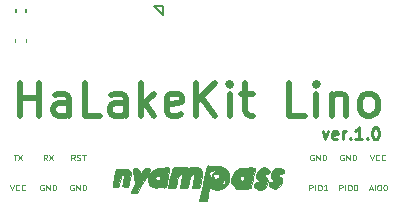
<source format=gto>
G04 #@! TF.FileFunction,Legend,Top*
%FSLAX46Y46*%
G04 Gerber Fmt 4.6, Leading zero omitted, Abs format (unit mm)*
G04 Created by KiCad (PCBNEW 4.0.2+dfsg1-stable) date 2016年12月02日 11時36分25秒*
%MOMM*%
G01*
G04 APERTURE LIST*
%ADD10C,0.100000*%
%ADD11C,0.500000*%
%ADD12C,0.250000*%
%ADD13C,0.125000*%
%ADD14C,0.150000*%
%ADD15C,0.010000*%
%ADD16R,0.830000X0.680000*%
%ADD17R,0.750000X0.700000*%
%ADD18C,2.100000*%
%ADD19R,0.700000X0.900000*%
%ADD20R,0.650000X0.950000*%
%ADD21R,0.950000X0.650000*%
%ADD22R,0.700000X0.700000*%
G04 APERTURE END LIST*
D10*
D11*
X149042735Y-103552467D02*
X149042735Y-100752467D01*
X149042735Y-102085800D02*
X150642735Y-102085800D01*
X150642735Y-103552467D02*
X150642735Y-100752467D01*
X153176068Y-103552467D02*
X153176068Y-102085800D01*
X153042734Y-101819133D01*
X152776068Y-101685800D01*
X152242734Y-101685800D01*
X151976068Y-101819133D01*
X153176068Y-103419133D02*
X152909401Y-103552467D01*
X152242734Y-103552467D01*
X151976068Y-103419133D01*
X151842734Y-103152467D01*
X151842734Y-102885800D01*
X151976068Y-102619133D01*
X152242734Y-102485800D01*
X152909401Y-102485800D01*
X153176068Y-102352467D01*
X155842734Y-103552467D02*
X154509401Y-103552467D01*
X154509401Y-100752467D01*
X157976068Y-103552467D02*
X157976068Y-102085800D01*
X157842734Y-101819133D01*
X157576068Y-101685800D01*
X157042734Y-101685800D01*
X156776068Y-101819133D01*
X157976068Y-103419133D02*
X157709401Y-103552467D01*
X157042734Y-103552467D01*
X156776068Y-103419133D01*
X156642734Y-103152467D01*
X156642734Y-102885800D01*
X156776068Y-102619133D01*
X157042734Y-102485800D01*
X157709401Y-102485800D01*
X157976068Y-102352467D01*
X159309401Y-103552467D02*
X159309401Y-100752467D01*
X159576067Y-102485800D02*
X160376067Y-103552467D01*
X160376067Y-101685800D02*
X159309401Y-102752467D01*
X162642734Y-103419133D02*
X162376068Y-103552467D01*
X161842734Y-103552467D01*
X161576068Y-103419133D01*
X161442734Y-103152467D01*
X161442734Y-102085800D01*
X161576068Y-101819133D01*
X161842734Y-101685800D01*
X162376068Y-101685800D01*
X162642734Y-101819133D01*
X162776068Y-102085800D01*
X162776068Y-102352467D01*
X161442734Y-102619133D01*
X163976068Y-103552467D02*
X163976068Y-100752467D01*
X165576068Y-103552467D02*
X164376068Y-101952467D01*
X165576068Y-100752467D02*
X163976068Y-102352467D01*
X166776068Y-103552467D02*
X166776068Y-101685800D01*
X166776068Y-100752467D02*
X166642734Y-100885800D01*
X166776068Y-101019133D01*
X166909401Y-100885800D01*
X166776068Y-100752467D01*
X166776068Y-101019133D01*
X167709401Y-101685800D02*
X168776067Y-101685800D01*
X168109401Y-100752467D02*
X168109401Y-103152467D01*
X168242734Y-103419133D01*
X168509401Y-103552467D01*
X168776067Y-103552467D01*
X173176067Y-103552467D02*
X171842734Y-103552467D01*
X171842734Y-100752467D01*
X174109401Y-103552467D02*
X174109401Y-101685800D01*
X174109401Y-100752467D02*
X173976067Y-100885800D01*
X174109401Y-101019133D01*
X174242734Y-100885800D01*
X174109401Y-100752467D01*
X174109401Y-101019133D01*
X175442734Y-101685800D02*
X175442734Y-103552467D01*
X175442734Y-101952467D02*
X175576067Y-101819133D01*
X175842734Y-101685800D01*
X176242734Y-101685800D01*
X176509400Y-101819133D01*
X176642734Y-102085800D01*
X176642734Y-103552467D01*
X178376067Y-103552467D02*
X178109400Y-103419133D01*
X177976067Y-103285800D01*
X177842733Y-103019133D01*
X177842733Y-102219133D01*
X177976067Y-101952467D01*
X178109400Y-101819133D01*
X178376067Y-101685800D01*
X178776067Y-101685800D01*
X179042733Y-101819133D01*
X179176067Y-101952467D01*
X179309400Y-102219133D01*
X179309400Y-103019133D01*
X179176067Y-103285800D01*
X179042733Y-103419133D01*
X178776067Y-103552467D01*
X178376067Y-103552467D01*
D12*
X174658638Y-104865514D02*
X174896733Y-105532181D01*
X175134829Y-104865514D01*
X175896734Y-105484562D02*
X175801496Y-105532181D01*
X175611019Y-105532181D01*
X175515781Y-105484562D01*
X175468162Y-105389324D01*
X175468162Y-105008371D01*
X175515781Y-104913133D01*
X175611019Y-104865514D01*
X175801496Y-104865514D01*
X175896734Y-104913133D01*
X175944353Y-105008371D01*
X175944353Y-105103610D01*
X175468162Y-105198848D01*
X176372924Y-105532181D02*
X176372924Y-104865514D01*
X176372924Y-105055990D02*
X176420543Y-104960752D01*
X176468162Y-104913133D01*
X176563400Y-104865514D01*
X176658639Y-104865514D01*
X176991972Y-105436943D02*
X177039591Y-105484562D01*
X176991972Y-105532181D01*
X176944353Y-105484562D01*
X176991972Y-105436943D01*
X176991972Y-105532181D01*
X177991972Y-105532181D02*
X177420543Y-105532181D01*
X177706257Y-105532181D02*
X177706257Y-104532181D01*
X177611019Y-104675038D01*
X177515781Y-104770276D01*
X177420543Y-104817895D01*
X178420543Y-105436943D02*
X178468162Y-105484562D01*
X178420543Y-105532181D01*
X178372924Y-105484562D01*
X178420543Y-105436943D01*
X178420543Y-105532181D01*
X179087209Y-104532181D02*
X179182448Y-104532181D01*
X179277686Y-104579800D01*
X179325305Y-104627419D01*
X179372924Y-104722657D01*
X179420543Y-104913133D01*
X179420543Y-105151229D01*
X179372924Y-105341705D01*
X179325305Y-105436943D01*
X179277686Y-105484562D01*
X179182448Y-105532181D01*
X179087209Y-105532181D01*
X178991971Y-105484562D01*
X178944352Y-105436943D01*
X178896733Y-105341705D01*
X178849114Y-105151229D01*
X178849114Y-104913133D01*
X178896733Y-104722657D01*
X178944352Y-104627419D01*
X178991971Y-104579800D01*
X179087209Y-104532181D01*
D13*
X178611305Y-109735133D02*
X178849400Y-109735133D01*
X178563686Y-109877990D02*
X178730353Y-109377990D01*
X178897019Y-109877990D01*
X179063686Y-109877990D02*
X179063686Y-109377990D01*
X179397019Y-109377990D02*
X179492257Y-109377990D01*
X179539876Y-109401800D01*
X179587495Y-109449419D01*
X179611304Y-109544657D01*
X179611304Y-109711324D01*
X179587495Y-109806562D01*
X179539876Y-109854181D01*
X179492257Y-109877990D01*
X179397019Y-109877990D01*
X179349400Y-109854181D01*
X179301781Y-109806562D01*
X179277971Y-109711324D01*
X179277971Y-109544657D01*
X179301781Y-109449419D01*
X179349400Y-109401800D01*
X179397019Y-109377990D01*
X179920829Y-109377990D02*
X179968448Y-109377990D01*
X180016067Y-109401800D01*
X180039876Y-109425610D01*
X180063686Y-109473229D01*
X180087495Y-109568467D01*
X180087495Y-109687514D01*
X180063686Y-109782752D01*
X180039876Y-109830371D01*
X180016067Y-109854181D01*
X179968448Y-109877990D01*
X179920829Y-109877990D01*
X179873210Y-109854181D01*
X179849400Y-109830371D01*
X179825591Y-109782752D01*
X179801781Y-109687514D01*
X179801781Y-109568467D01*
X179825591Y-109473229D01*
X179849400Y-109425610D01*
X179873210Y-109401800D01*
X179920829Y-109377990D01*
X176059401Y-109877990D02*
X176059401Y-109377990D01*
X176249877Y-109377990D01*
X176297496Y-109401800D01*
X176321305Y-109425610D01*
X176345115Y-109473229D01*
X176345115Y-109544657D01*
X176321305Y-109592276D01*
X176297496Y-109616086D01*
X176249877Y-109639895D01*
X176059401Y-109639895D01*
X176559401Y-109877990D02*
X176559401Y-109377990D01*
X176892734Y-109377990D02*
X176987972Y-109377990D01*
X177035591Y-109401800D01*
X177083210Y-109449419D01*
X177107019Y-109544657D01*
X177107019Y-109711324D01*
X177083210Y-109806562D01*
X177035591Y-109854181D01*
X176987972Y-109877990D01*
X176892734Y-109877990D01*
X176845115Y-109854181D01*
X176797496Y-109806562D01*
X176773686Y-109711324D01*
X176773686Y-109544657D01*
X176797496Y-109449419D01*
X176845115Y-109401800D01*
X176892734Y-109377990D01*
X177416544Y-109377990D02*
X177464163Y-109377990D01*
X177511782Y-109401800D01*
X177535591Y-109425610D01*
X177559401Y-109473229D01*
X177583210Y-109568467D01*
X177583210Y-109687514D01*
X177559401Y-109782752D01*
X177535591Y-109830371D01*
X177511782Y-109854181D01*
X177464163Y-109877990D01*
X177416544Y-109877990D01*
X177368925Y-109854181D01*
X177345115Y-109830371D01*
X177321306Y-109782752D01*
X177297496Y-109687514D01*
X177297496Y-109568467D01*
X177321306Y-109473229D01*
X177345115Y-109425610D01*
X177368925Y-109401800D01*
X177416544Y-109377990D01*
X173519401Y-109877990D02*
X173519401Y-109377990D01*
X173709877Y-109377990D01*
X173757496Y-109401800D01*
X173781305Y-109425610D01*
X173805115Y-109473229D01*
X173805115Y-109544657D01*
X173781305Y-109592276D01*
X173757496Y-109616086D01*
X173709877Y-109639895D01*
X173519401Y-109639895D01*
X174019401Y-109877990D02*
X174019401Y-109377990D01*
X174352734Y-109377990D02*
X174447972Y-109377990D01*
X174495591Y-109401800D01*
X174543210Y-109449419D01*
X174567019Y-109544657D01*
X174567019Y-109711324D01*
X174543210Y-109806562D01*
X174495591Y-109854181D01*
X174447972Y-109877990D01*
X174352734Y-109877990D01*
X174305115Y-109854181D01*
X174257496Y-109806562D01*
X174233686Y-109711324D01*
X174233686Y-109544657D01*
X174257496Y-109449419D01*
X174305115Y-109401800D01*
X174352734Y-109377990D01*
X175043210Y-109877990D02*
X174757496Y-109877990D01*
X174900353Y-109877990D02*
X174900353Y-109377990D01*
X174852734Y-109449419D01*
X174805115Y-109497038D01*
X174757496Y-109520848D01*
X173888447Y-106861800D02*
X173840828Y-106837990D01*
X173769400Y-106837990D01*
X173697971Y-106861800D01*
X173650352Y-106909419D01*
X173626543Y-106957038D01*
X173602733Y-107052276D01*
X173602733Y-107123705D01*
X173626543Y-107218943D01*
X173650352Y-107266562D01*
X173697971Y-107314181D01*
X173769400Y-107337990D01*
X173817019Y-107337990D01*
X173888447Y-107314181D01*
X173912257Y-107290371D01*
X173912257Y-107123705D01*
X173817019Y-107123705D01*
X174126543Y-107337990D02*
X174126543Y-106837990D01*
X174412257Y-107337990D01*
X174412257Y-106837990D01*
X174650353Y-107337990D02*
X174650353Y-106837990D01*
X174769400Y-106837990D01*
X174840829Y-106861800D01*
X174888448Y-106909419D01*
X174912257Y-106957038D01*
X174936067Y-107052276D01*
X174936067Y-107123705D01*
X174912257Y-107218943D01*
X174888448Y-107266562D01*
X174840829Y-107314181D01*
X174769400Y-107337990D01*
X174650353Y-107337990D01*
X178682734Y-106837990D02*
X178849401Y-107337990D01*
X179016067Y-106837990D01*
X179468448Y-107290371D02*
X179444638Y-107314181D01*
X179373210Y-107337990D01*
X179325591Y-107337990D01*
X179254162Y-107314181D01*
X179206543Y-107266562D01*
X179182734Y-107218943D01*
X179158924Y-107123705D01*
X179158924Y-107052276D01*
X179182734Y-106957038D01*
X179206543Y-106909419D01*
X179254162Y-106861800D01*
X179325591Y-106837990D01*
X179373210Y-106837990D01*
X179444638Y-106861800D01*
X179468448Y-106885610D01*
X179968448Y-107290371D02*
X179944638Y-107314181D01*
X179873210Y-107337990D01*
X179825591Y-107337990D01*
X179754162Y-107314181D01*
X179706543Y-107266562D01*
X179682734Y-107218943D01*
X179658924Y-107123705D01*
X179658924Y-107052276D01*
X179682734Y-106957038D01*
X179706543Y-106909419D01*
X179754162Y-106861800D01*
X179825591Y-106837990D01*
X179873210Y-106837990D01*
X179944638Y-106861800D01*
X179968448Y-106885610D01*
X176428447Y-106861800D02*
X176380828Y-106837990D01*
X176309400Y-106837990D01*
X176237971Y-106861800D01*
X176190352Y-106909419D01*
X176166543Y-106957038D01*
X176142733Y-107052276D01*
X176142733Y-107123705D01*
X176166543Y-107218943D01*
X176190352Y-107266562D01*
X176237971Y-107314181D01*
X176309400Y-107337990D01*
X176357019Y-107337990D01*
X176428447Y-107314181D01*
X176452257Y-107290371D01*
X176452257Y-107123705D01*
X176357019Y-107123705D01*
X176666543Y-107337990D02*
X176666543Y-106837990D01*
X176952257Y-107337990D01*
X176952257Y-106837990D01*
X177190353Y-107337990D02*
X177190353Y-106837990D01*
X177309400Y-106837990D01*
X177380829Y-106861800D01*
X177428448Y-106909419D01*
X177452257Y-106957038D01*
X177476067Y-107052276D01*
X177476067Y-107123705D01*
X177452257Y-107218943D01*
X177428448Y-107266562D01*
X177380829Y-107314181D01*
X177309400Y-107337990D01*
X177190353Y-107337990D01*
X148202734Y-109377990D02*
X148369401Y-109877990D01*
X148536067Y-109377990D01*
X148988448Y-109830371D02*
X148964638Y-109854181D01*
X148893210Y-109877990D01*
X148845591Y-109877990D01*
X148774162Y-109854181D01*
X148726543Y-109806562D01*
X148702734Y-109758943D01*
X148678924Y-109663705D01*
X148678924Y-109592276D01*
X148702734Y-109497038D01*
X148726543Y-109449419D01*
X148774162Y-109401800D01*
X148845591Y-109377990D01*
X148893210Y-109377990D01*
X148964638Y-109401800D01*
X148988448Y-109425610D01*
X149488448Y-109830371D02*
X149464638Y-109854181D01*
X149393210Y-109877990D01*
X149345591Y-109877990D01*
X149274162Y-109854181D01*
X149226543Y-109806562D01*
X149202734Y-109758943D01*
X149178924Y-109663705D01*
X149178924Y-109592276D01*
X149202734Y-109497038D01*
X149226543Y-109449419D01*
X149274162Y-109401800D01*
X149345591Y-109377990D01*
X149393210Y-109377990D01*
X149464638Y-109401800D01*
X149488448Y-109425610D01*
X151028447Y-109401800D02*
X150980828Y-109377990D01*
X150909400Y-109377990D01*
X150837971Y-109401800D01*
X150790352Y-109449419D01*
X150766543Y-109497038D01*
X150742733Y-109592276D01*
X150742733Y-109663705D01*
X150766543Y-109758943D01*
X150790352Y-109806562D01*
X150837971Y-109854181D01*
X150909400Y-109877990D01*
X150957019Y-109877990D01*
X151028447Y-109854181D01*
X151052257Y-109830371D01*
X151052257Y-109663705D01*
X150957019Y-109663705D01*
X151266543Y-109877990D02*
X151266543Y-109377990D01*
X151552257Y-109877990D01*
X151552257Y-109377990D01*
X151790353Y-109877990D02*
X151790353Y-109377990D01*
X151909400Y-109377990D01*
X151980829Y-109401800D01*
X152028448Y-109449419D01*
X152052257Y-109497038D01*
X152076067Y-109592276D01*
X152076067Y-109663705D01*
X152052257Y-109758943D01*
X152028448Y-109806562D01*
X151980829Y-109854181D01*
X151909400Y-109877990D01*
X151790353Y-109877990D01*
X153568447Y-109401800D02*
X153520828Y-109377990D01*
X153449400Y-109377990D01*
X153377971Y-109401800D01*
X153330352Y-109449419D01*
X153306543Y-109497038D01*
X153282733Y-109592276D01*
X153282733Y-109663705D01*
X153306543Y-109758943D01*
X153330352Y-109806562D01*
X153377971Y-109854181D01*
X153449400Y-109877990D01*
X153497019Y-109877990D01*
X153568447Y-109854181D01*
X153592257Y-109830371D01*
X153592257Y-109663705D01*
X153497019Y-109663705D01*
X153806543Y-109877990D02*
X153806543Y-109377990D01*
X154092257Y-109877990D01*
X154092257Y-109377990D01*
X154330353Y-109877990D02*
X154330353Y-109377990D01*
X154449400Y-109377990D01*
X154520829Y-109401800D01*
X154568448Y-109449419D01*
X154592257Y-109497038D01*
X154616067Y-109592276D01*
X154616067Y-109663705D01*
X154592257Y-109758943D01*
X154568448Y-109806562D01*
X154520829Y-109854181D01*
X154449400Y-109877990D01*
X154330353Y-109877990D01*
X153675591Y-107337990D02*
X153508924Y-107099895D01*
X153389877Y-107337990D02*
X153389877Y-106837990D01*
X153580353Y-106837990D01*
X153627972Y-106861800D01*
X153651781Y-106885610D01*
X153675591Y-106933229D01*
X153675591Y-107004657D01*
X153651781Y-107052276D01*
X153627972Y-107076086D01*
X153580353Y-107099895D01*
X153389877Y-107099895D01*
X153866067Y-107314181D02*
X153937496Y-107337990D01*
X154056543Y-107337990D01*
X154104162Y-107314181D01*
X154127972Y-107290371D01*
X154151781Y-107242752D01*
X154151781Y-107195133D01*
X154127972Y-107147514D01*
X154104162Y-107123705D01*
X154056543Y-107099895D01*
X153961305Y-107076086D01*
X153913686Y-107052276D01*
X153889877Y-107028467D01*
X153866067Y-106980848D01*
X153866067Y-106933229D01*
X153889877Y-106885610D01*
X153913686Y-106861800D01*
X153961305Y-106837990D01*
X154080353Y-106837990D01*
X154151781Y-106861800D01*
X154294638Y-106837990D02*
X154580352Y-106837990D01*
X154437495Y-107337990D02*
X154437495Y-106837990D01*
X151326067Y-107337990D02*
X151159400Y-107099895D01*
X151040353Y-107337990D02*
X151040353Y-106837990D01*
X151230829Y-106837990D01*
X151278448Y-106861800D01*
X151302257Y-106885610D01*
X151326067Y-106933229D01*
X151326067Y-107004657D01*
X151302257Y-107052276D01*
X151278448Y-107076086D01*
X151230829Y-107099895D01*
X151040353Y-107099895D01*
X151492734Y-106837990D02*
X151826067Y-107337990D01*
X151826067Y-106837990D02*
X151492734Y-107337990D01*
X148488448Y-106837990D02*
X148774162Y-106837990D01*
X148631305Y-107337990D02*
X148631305Y-106837990D01*
X148893210Y-106837990D02*
X149226543Y-107337990D01*
X149226543Y-106837990D02*
X148893210Y-107337990D01*
D14*
X149563400Y-97320800D02*
X149563400Y-97090800D01*
X148683400Y-97090800D02*
X148683400Y-97320800D01*
X149523400Y-94540800D02*
X149523400Y-94790800D01*
X148723400Y-94790800D02*
X148723400Y-94540800D01*
D15*
G36*
X164975570Y-107745173D02*
X165016390Y-107761860D01*
X165149957Y-107784018D01*
X165363517Y-107795909D01*
X165604948Y-107795070D01*
X165963253Y-107813646D01*
X166242350Y-107905889D01*
X166475734Y-108086933D01*
X166611811Y-108249931D01*
X166710571Y-108469968D01*
X166750569Y-108749902D01*
X166731715Y-109038176D01*
X166653920Y-109283230D01*
X166613726Y-109347944D01*
X166348505Y-109608572D01*
X166031169Y-109766868D01*
X165686233Y-109815619D01*
X165338213Y-109747612D01*
X165302995Y-109733616D01*
X165185278Y-109686251D01*
X165105780Y-109674436D01*
X165051815Y-109716783D01*
X165010694Y-109831903D01*
X164969731Y-110038405D01*
X164928332Y-110283189D01*
X164846634Y-110769400D01*
X164195143Y-110769400D01*
X164495145Y-109402127D01*
X164515547Y-109308900D01*
X166068240Y-109308900D01*
X166228072Y-109308900D01*
X166358560Y-109292128D01*
X166413399Y-109261275D01*
X166418450Y-109167875D01*
X166401272Y-109081098D01*
X166370868Y-109001041D01*
X166327459Y-109004081D01*
X166241361Y-109097847D01*
X166215945Y-109128723D01*
X166068240Y-109308900D01*
X164515547Y-109308900D01*
X164605418Y-108898256D01*
X164691704Y-108505053D01*
X164712358Y-108413187D01*
X165059160Y-108413187D01*
X165083851Y-108647445D01*
X165105397Y-108734809D01*
X165134490Y-108821523D01*
X165166188Y-108821391D01*
X165218227Y-108722070D01*
X165255709Y-108635259D01*
X165390190Y-108635259D01*
X165418295Y-108804036D01*
X165521889Y-108908672D01*
X165663126Y-108931517D01*
X165804156Y-108854924D01*
X165820999Y-108836145D01*
X165873807Y-108702589D01*
X165876399Y-108598020D01*
X165839053Y-108497025D01*
X165740162Y-108456662D01*
X165633400Y-108451650D01*
X165481438Y-108464349D01*
X165413475Y-108523656D01*
X165390190Y-108635259D01*
X165255709Y-108635259D01*
X165258823Y-108628047D01*
X165377187Y-108428243D01*
X165524210Y-108283474D01*
X165549568Y-108268055D01*
X165728650Y-108170984D01*
X165538150Y-108169309D01*
X165274599Y-108189422D01*
X165118839Y-108265614D01*
X165059160Y-108413187D01*
X164712358Y-108413187D01*
X164758187Y-108209349D01*
X164809052Y-107997975D01*
X164848484Y-107857764D01*
X164880666Y-107775547D01*
X164909785Y-107738155D01*
X164940025Y-107732419D01*
X164975570Y-107745173D01*
X164975570Y-107745173D01*
G37*
X164975570Y-107745173D02*
X165016390Y-107761860D01*
X165149957Y-107784018D01*
X165363517Y-107795909D01*
X165604948Y-107795070D01*
X165963253Y-107813646D01*
X166242350Y-107905889D01*
X166475734Y-108086933D01*
X166611811Y-108249931D01*
X166710571Y-108469968D01*
X166750569Y-108749902D01*
X166731715Y-109038176D01*
X166653920Y-109283230D01*
X166613726Y-109347944D01*
X166348505Y-109608572D01*
X166031169Y-109766868D01*
X165686233Y-109815619D01*
X165338213Y-109747612D01*
X165302995Y-109733616D01*
X165185278Y-109686251D01*
X165105780Y-109674436D01*
X165051815Y-109716783D01*
X165010694Y-109831903D01*
X164969731Y-110038405D01*
X164928332Y-110283189D01*
X164846634Y-110769400D01*
X164195143Y-110769400D01*
X164495145Y-109402127D01*
X164515547Y-109308900D01*
X166068240Y-109308900D01*
X166228072Y-109308900D01*
X166358560Y-109292128D01*
X166413399Y-109261275D01*
X166418450Y-109167875D01*
X166401272Y-109081098D01*
X166370868Y-109001041D01*
X166327459Y-109004081D01*
X166241361Y-109097847D01*
X166215945Y-109128723D01*
X166068240Y-109308900D01*
X164515547Y-109308900D01*
X164605418Y-108898256D01*
X164691704Y-108505053D01*
X164712358Y-108413187D01*
X165059160Y-108413187D01*
X165083851Y-108647445D01*
X165105397Y-108734809D01*
X165134490Y-108821523D01*
X165166188Y-108821391D01*
X165218227Y-108722070D01*
X165255709Y-108635259D01*
X165390190Y-108635259D01*
X165418295Y-108804036D01*
X165521889Y-108908672D01*
X165663126Y-108931517D01*
X165804156Y-108854924D01*
X165820999Y-108836145D01*
X165873807Y-108702589D01*
X165876399Y-108598020D01*
X165839053Y-108497025D01*
X165740162Y-108456662D01*
X165633400Y-108451650D01*
X165481438Y-108464349D01*
X165413475Y-108523656D01*
X165390190Y-108635259D01*
X165255709Y-108635259D01*
X165258823Y-108628047D01*
X165377187Y-108428243D01*
X165524210Y-108283474D01*
X165549568Y-108268055D01*
X165728650Y-108170984D01*
X165538150Y-108169309D01*
X165274599Y-108189422D01*
X165118839Y-108265614D01*
X165059160Y-108413187D01*
X164712358Y-108413187D01*
X164758187Y-108209349D01*
X164809052Y-107997975D01*
X164848484Y-107857764D01*
X164880666Y-107775547D01*
X164909785Y-107738155D01*
X164940025Y-107732419D01*
X164975570Y-107745173D01*
G36*
X159908152Y-107978022D02*
X159983367Y-107995099D01*
X160018509Y-108040443D01*
X160009775Y-108127867D01*
X159953364Y-108271185D01*
X159845472Y-108484211D01*
X159682298Y-108780757D01*
X159472781Y-109152125D01*
X158952807Y-110070900D01*
X158673603Y-110070900D01*
X158505407Y-110064254D01*
X158405946Y-110047481D01*
X158394400Y-110038188D01*
X158423279Y-109970085D01*
X158498613Y-109824781D01*
X158593101Y-109653396D01*
X158791802Y-109301317D01*
X158664891Y-108664934D01*
X158606374Y-108358649D01*
X158581301Y-108156645D01*
X158596967Y-108038928D01*
X158660665Y-107985500D01*
X158779687Y-107976366D01*
X158912230Y-107986800D01*
X159065340Y-108020809D01*
X159132686Y-108103166D01*
X159145901Y-108165900D01*
X159187215Y-108330232D01*
X159252420Y-108370408D01*
X159344395Y-108286835D01*
X159399601Y-108201692D01*
X159502586Y-108054090D01*
X159614009Y-107989713D01*
X159792051Y-107975403D01*
X159796664Y-107975400D01*
X159908152Y-107978022D01*
X159908152Y-107978022D01*
G37*
X159908152Y-107978022D02*
X159983367Y-107995099D01*
X160018509Y-108040443D01*
X160009775Y-108127867D01*
X159953364Y-108271185D01*
X159845472Y-108484211D01*
X159682298Y-108780757D01*
X159472781Y-109152125D01*
X158952807Y-110070900D01*
X158673603Y-110070900D01*
X158505407Y-110064254D01*
X158405946Y-110047481D01*
X158394400Y-110038188D01*
X158423279Y-109970085D01*
X158498613Y-109824781D01*
X158593101Y-109653396D01*
X158791802Y-109301317D01*
X158664891Y-108664934D01*
X158606374Y-108358649D01*
X158581301Y-108156645D01*
X158596967Y-108038928D01*
X158660665Y-107985500D01*
X158779687Y-107976366D01*
X158912230Y-107986800D01*
X159065340Y-108020809D01*
X159132686Y-108103166D01*
X159145901Y-108165900D01*
X159187215Y-108330232D01*
X159252420Y-108370408D01*
X159344395Y-108286835D01*
X159399601Y-108201692D01*
X159502586Y-108054090D01*
X159614009Y-107989713D01*
X159792051Y-107975403D01*
X159796664Y-107975400D01*
X159908152Y-107978022D01*
G36*
X169936576Y-107979875D02*
X170038086Y-108043508D01*
X170179660Y-108192080D01*
X170196496Y-108317326D01*
X170088474Y-108419711D01*
X169923353Y-108482363D01*
X169641306Y-108561331D01*
X169828103Y-108718510D01*
X169977494Y-108897708D01*
X170014900Y-109063698D01*
X169966457Y-109330016D01*
X169837404Y-109550505D01*
X169652156Y-109711285D01*
X169435126Y-109798476D01*
X169210727Y-109798198D01*
X169003373Y-109696569D01*
X168964263Y-109661036D01*
X168832754Y-109485822D01*
X168823539Y-109343683D01*
X168936956Y-109232243D01*
X169031721Y-109190158D01*
X169142361Y-109150150D01*
X169316400Y-109150150D01*
X169348150Y-109181900D01*
X169379900Y-109150150D01*
X169348150Y-109118400D01*
X169316400Y-109150150D01*
X169142361Y-109150150D01*
X169255042Y-109109404D01*
X169126971Y-108946588D01*
X169024660Y-108771012D01*
X169009058Y-108588196D01*
X169077538Y-108355124D01*
X169089147Y-108326827D01*
X169239455Y-108106522D01*
X169452662Y-107968733D01*
X169695970Y-107923253D01*
X169936576Y-107979875D01*
X169936576Y-107979875D01*
G37*
X169936576Y-107979875D02*
X170038086Y-108043508D01*
X170179660Y-108192080D01*
X170196496Y-108317326D01*
X170088474Y-108419711D01*
X169923353Y-108482363D01*
X169641306Y-108561331D01*
X169828103Y-108718510D01*
X169977494Y-108897708D01*
X170014900Y-109063698D01*
X169966457Y-109330016D01*
X169837404Y-109550505D01*
X169652156Y-109711285D01*
X169435126Y-109798476D01*
X169210727Y-109798198D01*
X169003373Y-109696569D01*
X168964263Y-109661036D01*
X168832754Y-109485822D01*
X168823539Y-109343683D01*
X168936956Y-109232243D01*
X169031721Y-109190158D01*
X169142361Y-109150150D01*
X169316400Y-109150150D01*
X169348150Y-109181900D01*
X169379900Y-109150150D01*
X169348150Y-109118400D01*
X169316400Y-109150150D01*
X169142361Y-109150150D01*
X169255042Y-109109404D01*
X169126971Y-108946588D01*
X169024660Y-108771012D01*
X169009058Y-108588196D01*
X169077538Y-108355124D01*
X169089147Y-108326827D01*
X169239455Y-108106522D01*
X169452662Y-107968733D01*
X169695970Y-107923253D01*
X169936576Y-107979875D01*
G36*
X168765859Y-107938339D02*
X168902144Y-107955108D01*
X168935400Y-107972042D01*
X168922683Y-108052530D01*
X168888695Y-108227575D01*
X168839678Y-108467748D01*
X168781873Y-108743622D01*
X168721522Y-109025769D01*
X168664868Y-109284762D01*
X168618151Y-109491173D01*
X168587614Y-109615575D01*
X168584496Y-109626400D01*
X168542668Y-109673263D01*
X168437088Y-109704721D01*
X168246841Y-109724345D01*
X167951016Y-109735708D01*
X167943749Y-109735879D01*
X167331908Y-109750108D01*
X167117654Y-109535854D01*
X166974104Y-109365253D01*
X166912966Y-109202477D01*
X166904794Y-109077125D01*
X166930637Y-108928544D01*
X167633854Y-108928544D01*
X167704417Y-109028573D01*
X167845475Y-109042716D01*
X167967466Y-109006467D01*
X168011233Y-108908947D01*
X168014650Y-108832650D01*
X167990763Y-108686994D01*
X167904585Y-108627297D01*
X167882093Y-108623210D01*
X167728456Y-108653787D01*
X167635377Y-108769149D01*
X167633854Y-108928544D01*
X166930637Y-108928544D01*
X166964620Y-108733172D01*
X167124654Y-108406629D01*
X167361505Y-108144083D01*
X167380981Y-108128829D01*
X167497758Y-108046435D01*
X167609709Y-107992668D01*
X167748888Y-107960469D01*
X167947350Y-107942781D01*
X168237150Y-107932545D01*
X168276893Y-107931548D01*
X168548655Y-107929945D01*
X168765859Y-107938339D01*
X168765859Y-107938339D01*
G37*
X168765859Y-107938339D02*
X168902144Y-107955108D01*
X168935400Y-107972042D01*
X168922683Y-108052530D01*
X168888695Y-108227575D01*
X168839678Y-108467748D01*
X168781873Y-108743622D01*
X168721522Y-109025769D01*
X168664868Y-109284762D01*
X168618151Y-109491173D01*
X168587614Y-109615575D01*
X168584496Y-109626400D01*
X168542668Y-109673263D01*
X168437088Y-109704721D01*
X168246841Y-109724345D01*
X167951016Y-109735708D01*
X167943749Y-109735879D01*
X167331908Y-109750108D01*
X167117654Y-109535854D01*
X166974104Y-109365253D01*
X166912966Y-109202477D01*
X166904794Y-109077125D01*
X166930637Y-108928544D01*
X167633854Y-108928544D01*
X167704417Y-109028573D01*
X167845475Y-109042716D01*
X167967466Y-109006467D01*
X168011233Y-108908947D01*
X168014650Y-108832650D01*
X167990763Y-108686994D01*
X167904585Y-108627297D01*
X167882093Y-108623210D01*
X167728456Y-108653787D01*
X167635377Y-108769149D01*
X167633854Y-108928544D01*
X166930637Y-108928544D01*
X166964620Y-108733172D01*
X167124654Y-108406629D01*
X167361505Y-108144083D01*
X167380981Y-108128829D01*
X167497758Y-108046435D01*
X167609709Y-107992668D01*
X167748888Y-107960469D01*
X167947350Y-107942781D01*
X168237150Y-107932545D01*
X168276893Y-107931548D01*
X168548655Y-107929945D01*
X168765859Y-107938339D01*
G36*
X171085340Y-107945385D02*
X171265939Y-108022440D01*
X171379507Y-108162087D01*
X171399895Y-108242140D01*
X171398155Y-108356443D01*
X171336076Y-108418397D01*
X171180892Y-108460255D01*
X171177645Y-108460903D01*
X171005483Y-108488852D01*
X170886007Y-108496948D01*
X170872150Y-108495332D01*
X170873590Y-108518660D01*
X170956693Y-108593776D01*
X170988233Y-108618383D01*
X171179179Y-108817364D01*
X171246492Y-109034026D01*
X171196928Y-109269525D01*
X171040907Y-109520431D01*
X170833967Y-109680876D01*
X170600339Y-109741887D01*
X170364256Y-109694491D01*
X170245713Y-109621791D01*
X170147080Y-109506825D01*
X170086633Y-109368767D01*
X170074240Y-109247826D01*
X170119768Y-109184212D01*
X170137766Y-109181900D01*
X170236937Y-109161014D01*
X170269473Y-109150150D01*
X170586400Y-109150150D01*
X170618150Y-109181900D01*
X170649900Y-109150150D01*
X170618150Y-109118400D01*
X170586400Y-109150150D01*
X170269473Y-109150150D01*
X170361154Y-109119538D01*
X170525177Y-109057177D01*
X170389666Y-108921666D01*
X170296746Y-108746893D01*
X170286266Y-108522419D01*
X170354152Y-108291516D01*
X170464350Y-108128880D01*
X170652246Y-107994695D01*
X170870010Y-107934834D01*
X171085340Y-107945385D01*
X171085340Y-107945385D01*
G37*
X171085340Y-107945385D02*
X171265939Y-108022440D01*
X171379507Y-108162087D01*
X171399895Y-108242140D01*
X171398155Y-108356443D01*
X171336076Y-108418397D01*
X171180892Y-108460255D01*
X171177645Y-108460903D01*
X171005483Y-108488852D01*
X170886007Y-108496948D01*
X170872150Y-108495332D01*
X170873590Y-108518660D01*
X170956693Y-108593776D01*
X170988233Y-108618383D01*
X171179179Y-108817364D01*
X171246492Y-109034026D01*
X171196928Y-109269525D01*
X171040907Y-109520431D01*
X170833967Y-109680876D01*
X170600339Y-109741887D01*
X170364256Y-109694491D01*
X170245713Y-109621791D01*
X170147080Y-109506825D01*
X170086633Y-109368767D01*
X170074240Y-109247826D01*
X170119768Y-109184212D01*
X170137766Y-109181900D01*
X170236937Y-109161014D01*
X170269473Y-109150150D01*
X170586400Y-109150150D01*
X170618150Y-109181900D01*
X170649900Y-109150150D01*
X170618150Y-109118400D01*
X170586400Y-109150150D01*
X170269473Y-109150150D01*
X170361154Y-109119538D01*
X170525177Y-109057177D01*
X170389666Y-108921666D01*
X170296746Y-108746893D01*
X170286266Y-108522419D01*
X170354152Y-108291516D01*
X170464350Y-108128880D01*
X170652246Y-107994695D01*
X170870010Y-107934834D01*
X171085340Y-107945385D01*
G36*
X161579336Y-107913784D02*
X161647443Y-107932800D01*
X161680862Y-107988986D01*
X161681985Y-108102385D01*
X161653201Y-108293036D01*
X161596903Y-108580980D01*
X161569912Y-108714534D01*
X161497855Y-109073190D01*
X161445045Y-109325528D01*
X161403367Y-109489248D01*
X161364706Y-109582049D01*
X161320945Y-109621631D01*
X161263969Y-109625694D01*
X161185662Y-109611937D01*
X161160432Y-109607564D01*
X160939445Y-109597437D01*
X160734974Y-109620472D01*
X160518801Y-109638163D01*
X160319269Y-109614572D01*
X160073817Y-109493474D01*
X159920973Y-109289068D01*
X159866894Y-109011083D01*
X159871537Y-108907294D01*
X159900877Y-108785309D01*
X160492157Y-108785309D01*
X160525691Y-108908706D01*
X160587016Y-108968867D01*
X160730189Y-109013217D01*
X160856721Y-108962610D01*
X160922625Y-108841722D01*
X160922378Y-108780728D01*
X160875844Y-108677860D01*
X160753004Y-108643082D01*
X160713019Y-108642150D01*
X160559361Y-108684112D01*
X160492157Y-108785309D01*
X159900877Y-108785309D01*
X159949021Y-108585153D01*
X160123751Y-108319106D01*
X160368738Y-108112618D01*
X160534120Y-108020218D01*
X160705558Y-107984870D01*
X160918525Y-107990843D01*
X161104320Y-107996724D01*
X161225343Y-107983231D01*
X161251900Y-107964749D01*
X161307753Y-107929808D01*
X161445083Y-107912353D01*
X161474150Y-107911900D01*
X161579336Y-107913784D01*
X161579336Y-107913784D01*
G37*
X161579336Y-107913784D02*
X161647443Y-107932800D01*
X161680862Y-107988986D01*
X161681985Y-108102385D01*
X161653201Y-108293036D01*
X161596903Y-108580980D01*
X161569912Y-108714534D01*
X161497855Y-109073190D01*
X161445045Y-109325528D01*
X161403367Y-109489248D01*
X161364706Y-109582049D01*
X161320945Y-109621631D01*
X161263969Y-109625694D01*
X161185662Y-109611937D01*
X161160432Y-109607564D01*
X160939445Y-109597437D01*
X160734974Y-109620472D01*
X160518801Y-109638163D01*
X160319269Y-109614572D01*
X160073817Y-109493474D01*
X159920973Y-109289068D01*
X159866894Y-109011083D01*
X159871537Y-108907294D01*
X159900877Y-108785309D01*
X160492157Y-108785309D01*
X160525691Y-108908706D01*
X160587016Y-108968867D01*
X160730189Y-109013217D01*
X160856721Y-108962610D01*
X160922625Y-108841722D01*
X160922378Y-108780728D01*
X160875844Y-108677860D01*
X160753004Y-108643082D01*
X160713019Y-108642150D01*
X160559361Y-108684112D01*
X160492157Y-108785309D01*
X159900877Y-108785309D01*
X159949021Y-108585153D01*
X160123751Y-108319106D01*
X160368738Y-108112618D01*
X160534120Y-108020218D01*
X160705558Y-107984870D01*
X160918525Y-107990843D01*
X161104320Y-107996724D01*
X161225343Y-107983231D01*
X161251900Y-107964749D01*
X161307753Y-107929808D01*
X161445083Y-107912353D01*
X161474150Y-107911900D01*
X161579336Y-107913784D01*
G36*
X164125587Y-107926559D02*
X164344148Y-108070462D01*
X164385498Y-108119182D01*
X164450790Y-108217672D01*
X164482016Y-108314800D01*
X164482151Y-108447839D01*
X164454170Y-108654063D01*
X164436662Y-108760092D01*
X164388210Y-109027946D01*
X164336922Y-109279444D01*
X164294292Y-109458610D01*
X164249344Y-109596214D01*
X164187566Y-109664382D01*
X164069089Y-109687485D01*
X163915915Y-109689900D01*
X163735554Y-109681248D01*
X163621387Y-109659150D01*
X163600586Y-109642275D01*
X163613741Y-109561076D01*
X163649177Y-109391347D01*
X163699551Y-109168057D01*
X163705613Y-109142050D01*
X163765537Y-108838428D01*
X163775546Y-108641059D01*
X163733905Y-108538688D01*
X163638878Y-108520062D01*
X163610653Y-108526081D01*
X163533479Y-108576869D01*
X163467625Y-108699529D01*
X163401983Y-108917390D01*
X163378680Y-109013276D01*
X163322045Y-109252665D01*
X163273521Y-109453625D01*
X163243101Y-109574804D01*
X163242032Y-109578775D01*
X163192777Y-109648845D01*
X163074319Y-109682503D01*
X162898620Y-109689900D01*
X162718908Y-109678659D01*
X162605615Y-109649955D01*
X162585400Y-109628204D01*
X162598270Y-109540201D01*
X162632326Y-109363413D01*
X162680736Y-109132926D01*
X162690968Y-109086072D01*
X162744081Y-108809666D01*
X162757701Y-108634876D01*
X162733051Y-108543023D01*
X162726986Y-108536086D01*
X162622559Y-108485682D01*
X162526559Y-108554841D01*
X162436957Y-108746174D01*
X162365400Y-109002177D01*
X162308124Y-109244106D01*
X162258992Y-109447615D01*
X162227812Y-109572128D01*
X162226032Y-109578775D01*
X162176777Y-109648845D01*
X162058319Y-109682503D01*
X161882620Y-109689900D01*
X161666952Y-109674357D01*
X161574398Y-109627726D01*
X161570497Y-109610525D01*
X161584950Y-109513358D01*
X161622607Y-109327892D01*
X161676723Y-109082616D01*
X161740551Y-108806020D01*
X161807344Y-108526596D01*
X161870356Y-108272833D01*
X161922841Y-108073222D01*
X161958051Y-107956253D01*
X161966519Y-107938114D01*
X162052044Y-107912665D01*
X162227109Y-107893548D01*
X162454367Y-107881685D01*
X162696472Y-107877996D01*
X162916080Y-107883405D01*
X163075843Y-107898831D01*
X163119280Y-107909668D01*
X163305554Y-107932641D01*
X163526841Y-107900230D01*
X163842886Y-107867198D01*
X164125587Y-107926559D01*
X164125587Y-107926559D01*
G37*
X164125587Y-107926559D02*
X164344148Y-108070462D01*
X164385498Y-108119182D01*
X164450790Y-108217672D01*
X164482016Y-108314800D01*
X164482151Y-108447839D01*
X164454170Y-108654063D01*
X164436662Y-108760092D01*
X164388210Y-109027946D01*
X164336922Y-109279444D01*
X164294292Y-109458610D01*
X164249344Y-109596214D01*
X164187566Y-109664382D01*
X164069089Y-109687485D01*
X163915915Y-109689900D01*
X163735554Y-109681248D01*
X163621387Y-109659150D01*
X163600586Y-109642275D01*
X163613741Y-109561076D01*
X163649177Y-109391347D01*
X163699551Y-109168057D01*
X163705613Y-109142050D01*
X163765537Y-108838428D01*
X163775546Y-108641059D01*
X163733905Y-108538688D01*
X163638878Y-108520062D01*
X163610653Y-108526081D01*
X163533479Y-108576869D01*
X163467625Y-108699529D01*
X163401983Y-108917390D01*
X163378680Y-109013276D01*
X163322045Y-109252665D01*
X163273521Y-109453625D01*
X163243101Y-109574804D01*
X163242032Y-109578775D01*
X163192777Y-109648845D01*
X163074319Y-109682503D01*
X162898620Y-109689900D01*
X162718908Y-109678659D01*
X162605615Y-109649955D01*
X162585400Y-109628204D01*
X162598270Y-109540201D01*
X162632326Y-109363413D01*
X162680736Y-109132926D01*
X162690968Y-109086072D01*
X162744081Y-108809666D01*
X162757701Y-108634876D01*
X162733051Y-108543023D01*
X162726986Y-108536086D01*
X162622559Y-108485682D01*
X162526559Y-108554841D01*
X162436957Y-108746174D01*
X162365400Y-109002177D01*
X162308124Y-109244106D01*
X162258992Y-109447615D01*
X162227812Y-109572128D01*
X162226032Y-109578775D01*
X162176777Y-109648845D01*
X162058319Y-109682503D01*
X161882620Y-109689900D01*
X161666952Y-109674357D01*
X161574398Y-109627726D01*
X161570497Y-109610525D01*
X161584950Y-109513358D01*
X161622607Y-109327892D01*
X161676723Y-109082616D01*
X161740551Y-108806020D01*
X161807344Y-108526596D01*
X161870356Y-108272833D01*
X161922841Y-108073222D01*
X161958051Y-107956253D01*
X161966519Y-107938114D01*
X162052044Y-107912665D01*
X162227109Y-107893548D01*
X162454367Y-107881685D01*
X162696472Y-107877996D01*
X162916080Y-107883405D01*
X163075843Y-107898831D01*
X163119280Y-107909668D01*
X163305554Y-107932641D01*
X163526841Y-107900230D01*
X163842886Y-107867198D01*
X164125587Y-107926559D01*
G36*
X158101524Y-108047559D02*
X158255241Y-108127406D01*
X158359693Y-108247726D01*
X158409919Y-108377698D01*
X158418034Y-108564006D01*
X158382401Y-108825109D01*
X158301382Y-109179463D01*
X158264681Y-109318995D01*
X158212208Y-109476475D01*
X158138580Y-109545655D01*
X157996892Y-109562599D01*
X157947452Y-109562900D01*
X157814754Y-109559727D01*
X157737539Y-109534217D01*
X157708837Y-109462384D01*
X157721677Y-109320242D01*
X157769091Y-109083804D01*
X157785715Y-109006285D01*
X157822463Y-108796977D01*
X157834474Y-108641733D01*
X157820965Y-108577454D01*
X157708626Y-108568018D01*
X157610024Y-108663737D01*
X157546818Y-108843012D01*
X157545195Y-108852444D01*
X157499206Y-109083222D01*
X157441454Y-109317691D01*
X157439472Y-109324775D01*
X157385328Y-109479062D01*
X157309203Y-109546493D01*
X157163532Y-109562678D01*
X157121415Y-109562900D01*
X156943826Y-109544186D01*
X156870820Y-109491691D01*
X156869911Y-109483525D01*
X156881921Y-109391652D01*
X156914797Y-109204840D01*
X156963165Y-108952406D01*
X157008317Y-108728196D01*
X157147212Y-108052242D01*
X157564431Y-108023691D01*
X157880511Y-108015595D01*
X158101524Y-108047559D01*
X158101524Y-108047559D01*
G37*
X158101524Y-108047559D02*
X158255241Y-108127406D01*
X158359693Y-108247726D01*
X158409919Y-108377698D01*
X158418034Y-108564006D01*
X158382401Y-108825109D01*
X158301382Y-109179463D01*
X158264681Y-109318995D01*
X158212208Y-109476475D01*
X158138580Y-109545655D01*
X157996892Y-109562599D01*
X157947452Y-109562900D01*
X157814754Y-109559727D01*
X157737539Y-109534217D01*
X157708837Y-109462384D01*
X157721677Y-109320242D01*
X157769091Y-109083804D01*
X157785715Y-109006285D01*
X157822463Y-108796977D01*
X157834474Y-108641733D01*
X157820965Y-108577454D01*
X157708626Y-108568018D01*
X157610024Y-108663737D01*
X157546818Y-108843012D01*
X157545195Y-108852444D01*
X157499206Y-109083222D01*
X157441454Y-109317691D01*
X157439472Y-109324775D01*
X157385328Y-109479062D01*
X157309203Y-109546493D01*
X157163532Y-109562678D01*
X157121415Y-109562900D01*
X156943826Y-109544186D01*
X156870820Y-109491691D01*
X156869911Y-109483525D01*
X156881921Y-109391652D01*
X156914797Y-109204840D01*
X156963165Y-108952406D01*
X157008317Y-108728196D01*
X157147212Y-108052242D01*
X157564431Y-108023691D01*
X157880511Y-108015595D01*
X158101524Y-108047559D01*
D14*
X161163000Y-94234000D02*
X160401000Y-94234000D01*
X160401000Y-94234000D02*
X161163000Y-94996000D01*
X161163000Y-94996000D02*
X161163000Y-94234000D01*
%LPC*%
D16*
X149123400Y-96950800D03*
X149123400Y-97460800D03*
D17*
X149123400Y-94940800D03*
X149123400Y-94390800D03*
D18*
X153949400Y-108381800D03*
X151409400Y-108381800D03*
X148869400Y-108381800D03*
X179349400Y-108381800D03*
X176809400Y-108381800D03*
X174269400Y-108381800D03*
X174269400Y-110921800D03*
X176809400Y-110921800D03*
X179349400Y-110921800D03*
X148869400Y-110921800D03*
X151409400Y-110921800D03*
X153949400Y-110921800D03*
D19*
X161831000Y-93344000D03*
D20*
X161306000Y-93369000D03*
X160806000Y-93369000D03*
X160306000Y-93369000D03*
X159806000Y-93369000D03*
X159306000Y-93369000D03*
X158806000Y-93369000D03*
X158306000Y-93369000D03*
X157806000Y-93369000D03*
X157306000Y-93369000D03*
X156806000Y-93369000D03*
D19*
X156281000Y-93344000D03*
D21*
X156211000Y-93964000D03*
X156211000Y-94464000D03*
X156211000Y-96964000D03*
X156211000Y-94964000D03*
X156211000Y-95464000D03*
X156211000Y-95964000D03*
X156211000Y-96464000D03*
X156211000Y-97464000D03*
X156211000Y-97964000D03*
X156211000Y-98464000D03*
D19*
X156281000Y-99084000D03*
D20*
X156806000Y-99059000D03*
X157306000Y-99059000D03*
X157806000Y-99059000D03*
X158306000Y-99059000D03*
X158806000Y-99059000D03*
X159306000Y-99059000D03*
X159806000Y-99059000D03*
X160306000Y-99059000D03*
X160806000Y-99059000D03*
X161306000Y-99059000D03*
D19*
X161831000Y-99084000D03*
D21*
X161901000Y-98464000D03*
X161901000Y-97964000D03*
X161901000Y-97464000D03*
X161901000Y-96964000D03*
X161901000Y-96464000D03*
X161901000Y-95964000D03*
X161901000Y-95464000D03*
X161901000Y-94964000D03*
X161901000Y-94464000D03*
X161901000Y-93964000D03*
D22*
X159606000Y-95664000D03*
X158506000Y-95664000D03*
X158506000Y-96764000D03*
X159606000Y-96764000D03*
M02*

</source>
